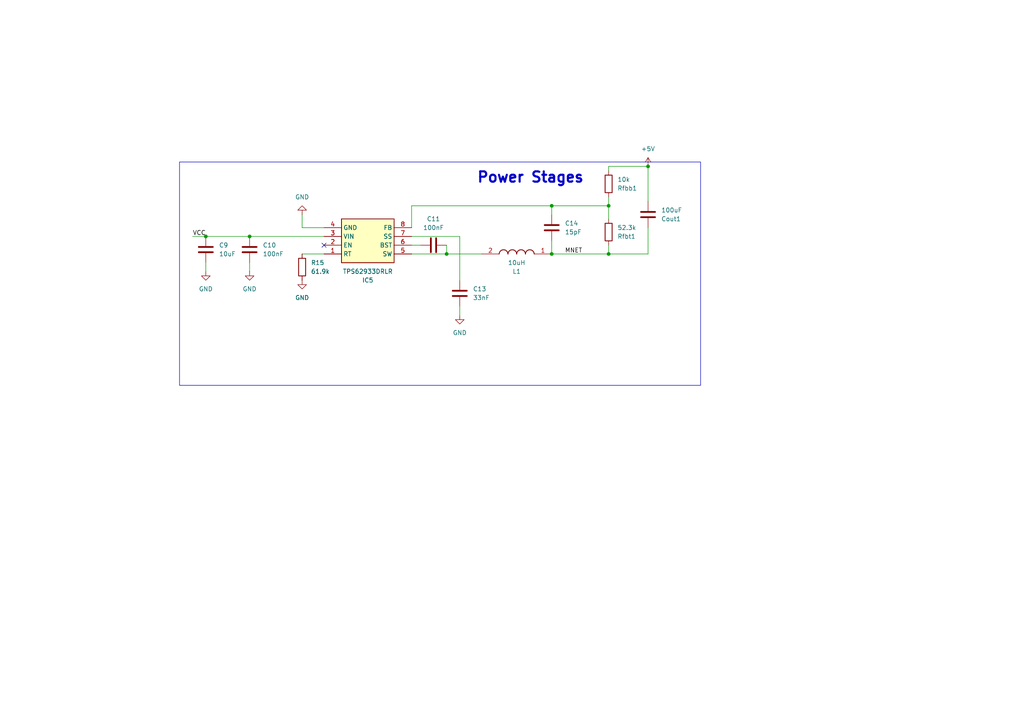
<source format=kicad_sch>
(kicad_sch (version 20250114) (generator "eeschema") (generator_version "9.0")
  (paper "A4")
  (lib_symbols
    (symbol "74439370100:74439370100" (pin_names (hide yes))
      (property "Reference" "L" (at 16.51 6.35 0))
      (property "Value" "74439370100" (at 16.51 3.81 0))
      (symbol "74439370100_1_1"
        (arc (start 5.08 0) (mid 6.35 1.219) (end 7.62 0) (stroke (width 0.254)))
        (arc (start 7.62 0) (mid 8.89 1.219) (end 10.16 0) (stroke (width 0.254)))
        (arc (start 10.16 0) (mid 11.43 1.219) (end 12.7 0) (stroke (width 0.254)))
        (arc (start 12.7 0) (mid 13.97 1.219) (end 15.24 0) (stroke (width 0.254)))
        (pin passive line (at 0 0 0) (length 5.08) (name "1") (number "1"))
        (pin passive line (at 20.32 0 180) (length 5.08) (name "2") (number "2"))
      )
    )
    (symbol "Device:C" (pin_numbers (hide yes)) (pin_names (offset 0.254))
      (property "Reference" "C" (at 0.635 2.54 0))
      (property "Value" "C" (at 0.635 -2.54 0))
      (symbol "C_0_1"
        (polyline (pts (xy -2.032 0.762) (xy 2.032 0.762)) (stroke (width 0.508)))
        (polyline (pts (xy -2.032 -0.762) (xy 2.032 -0.762)) (stroke (width 0.508)))
      )
      (symbol "C_1_1"
        (pin passive line (at 0 3.81 270) (length 2.794) (name "~") (number "1"))
        (pin passive line (at 0 -3.81 90) (length 2.794) (name "~") (number "2"))
      )
    )
    (symbol "Device:R" (pin_numbers (hide yes)) (pin_names (offset 0))
      (property "Reference" "R" (at 2.032 0 90))
      (property "Value" "R" (at 0 0 90))
      (symbol "R_0_1"
        (rectangle (start -1.016 -2.54) (end 1.016 2.54) (stroke (width 0.254)))
      )
      (symbol "R_1_1"
        (pin passive line (at 0 3.81 270) (length 1.27) (name "~") (number "1"))
        (pin passive line (at 0 -3.81 90) (length 1.27) (name "~") (number "2"))
      )
    )
    (symbol "TPS62933DRLR:TPS62933DRLR"
      (property "Reference" "IC" (at 21.59 7.62 0))
      (property "Value" "TPS62933DRLR" (at 21.59 5.08 0))
      (symbol "TPS62933DRLR_1_1"
        (rectangle (start 5.08 2.54) (end 20.32 -10.16) (stroke (width 0.254)) (fill (type background)))
        (pin passive line (at 0 0 0) (length 5.08) (name "RT") (number "1"))
        (pin passive line (at 0 -2.54 0) (length 5.08) (name "EN") (number "2"))
        (pin passive line (at 0 -5.08 0) (length 5.08) (name "VIN") (number "3"))
        (pin passive line (at 0 -7.62 0) (length 5.08) (name "GND") (number "4"))
        (pin passive line (at 25.4 0 180) (length 5.08) (name "SW") (number "5"))
        (pin passive line (at 25.4 -2.54 180) (length 5.08) (name "BST") (number "6"))
        (pin passive line (at 25.4 -5.08 180) (length 5.08) (name "SS") (number "7"))
        (pin passive line (at 25.4 -7.62 180) (length 5.08) (name "FB") (number "8"))
      )
    )
    (symbol "power:+5V" (power) (pin_numbers (hide yes)) (pin_names (offset 0) (hide yes))
      (property "Value" "+5V" (at 0 3.556 0))
      (symbol "+5V_0_1"
        (polyline (pts (xy -0.762 1.27) (xy 0 2.54)))
        (polyline (pts (xy 0 2.54) (xy 0.762 1.27)))
        (polyline (pts (xy 0 0) (xy 0 2.54)))
      )
      (symbol "+5V_1_1"
        (pin power_in line (at 0 0 90) (length 0) (name "~") (number "1"))
      )
    )
    (symbol "power:GND" (power) (pin_numbers (hide yes)) (pin_names (offset 0) (hide yes))
      (property "Value" "GND" (at 0 -3.81 0))
      (symbol "GND_0_1"
        (polyline (pts (xy 0 0) (xy 0 -1.27) (xy 1.27 -1.27) (xy 0 -2.54) (xy -1.27 -1.27) (xy 0 -1.27)))
      )
      (symbol "GND_1_1"
        (pin power_in line (at 0 0 270) (length 0) (name "~") (number "1"))
      )
    )
  )
  (rectangle (start 52.07 46.99) (end 203.2 111.76))
  (text "Power Stages" (at 138.176 53.34 0) (effects (font (size 3 3) (thickness 0.6) (bold yes)) (justify left bottom)))
  (junction (at 160.02 73.66))
  (junction (at 176.53 73.66))
  (junction (at 187.96 48.26))
  (junction (at 59.69 68.58))
  (junction (at 160.02 59.69))
  (junction (at 176.53 59.69))
  (junction (at 72.39 68.58))
  (junction (at 129.54 73.66))
  (no_connect (at 93.98 71.12))
  (wire (pts (xy 176.53 71.12) (xy 176.53 73.66)))
  (wire (pts (xy 176.53 57.15) (xy 176.53 59.69)))
  (wire (pts (xy 93.98 66.04) (xy 87.63 66.04)))
  (wire (pts (xy 59.69 78.74) (xy 59.69 76.2)))
  (wire (pts (xy 160.02 73.66) (xy 160.02 69.85)))
  (wire (pts (xy 133.35 91.44) (xy 133.35 88.9)))
  (wire (pts (xy 119.38 68.58) (xy 133.35 68.58)))
  (wire (pts (xy 119.38 59.69) (xy 119.38 66.04)))
  (wire (pts (xy 119.38 71.12) (xy 121.92 71.12)))
  (wire (pts (xy 72.39 76.2) (xy 72.39 78.74)))
  (wire (pts (xy 160.02 62.23) (xy 160.02 59.69)))
  (wire (pts (xy 187.96 48.26) (xy 187.96 58.42)))
  (wire (pts (xy 72.39 68.58) (xy 93.98 68.58)))
  (wire (pts (xy 129.54 71.12) (xy 129.54 73.66)))
  (wire (pts (xy 87.63 73.66) (xy 93.98 73.66)))
  (wire (pts (xy 176.53 73.66) (xy 187.96 73.66)))
  (wire (pts (xy 160.02 59.69) (xy 119.38 59.69)))
  (wire (pts (xy 59.69 68.58) (xy 72.39 68.58)))
  (wire (pts (xy 55.88 68.58) (xy 59.69 68.58)))
  (wire (pts (xy 176.53 48.26) (xy 176.53 49.53)))
  (wire (pts (xy 133.35 68.58) (xy 133.35 81.28)))
  (wire (pts (xy 129.54 73.66) (xy 119.38 73.66)))
  (wire (pts (xy 187.96 73.66) (xy 187.96 66.04)))
  (wire (pts (xy 87.63 66.04) (xy 87.63 62.23)))
  (wire (pts (xy 129.54 73.66) (xy 139.7 73.66)))
  (wire (pts (xy 160.02 73.66) (xy 176.53 73.66)))
  (wire (pts (xy 176.53 59.69) (xy 176.53 63.5)))
  (wire (pts (xy 160.02 59.69) (xy 176.53 59.69)))
  (wire (pts (xy 187.96 48.26) (xy 176.53 48.26)))
  (label "VCC" (at 55.88 68.58 0))
  (label "MNET" (at 163.83 73.66 0))
  (symbol (lib_id "Device:R") (at 87.63 77.47 180) (unit 1)
    (property "Reference" "R15" (at 90.17 76.1999 0) (effects (justify right)))
    (property "Value" "61.9k" (at 90.17 78.7399 0) (effects (justify right)))
    (property "Footprint" "Resistor_SMD:R_0603_1608Metric" (effects (hide yes)))
    (property "Description" "Resistor" (effects (hide yes)))
  )
  (symbol (lib_id "power:GND") (at 59.69 78.74 0) (unit 1)
    (property "Reference" "#PWR042" (effects (hide yes)))
    (property "Value" "GND" (at 59.69 83.82 0))
    (property "Description" "Power symbol creates a global label with name \"GND\" , ground" (effects (hide yes)))
  )
  (symbol (lib_id "TPS62933DRLR:TPS62933DRLR") (at 93.98 73.66 0) (mirror x) (unit 1)
    (property "Reference" "IC5" (at 106.68 81.28 0))
    (property "Value" "TPS62933DRLR" (at 106.68 78.74 0))
    (property "Footprint" "SOTFL50P160X60-8N" (effects (hide yes)))
    (property "Datasheet" "https://www.ti.com/lit/ds/symlink/tps62933.pdf?ts=1626073394234" (effects (hide yes)))
    (property "Description" "The TPS62933 is a high-efficiency, easy-to-use synchronous buck converter with a wide input voltage range of 3.8 V to 30 V" (effects (hide yes)))
    (property "Height" "0.6" (effects (hide yes)))
    (property "Mouser Part Number" "595-TPS62933DRLR" (effects (hide yes)))
    (property "Mouser Price/Stock" "https://www.mouser.co.uk/ProductDetail/Texas-Instruments/TPS62933DRLR?qs=Rp5uXu7WBW9fv47wfQVntQ%3D%3D" (effects (hide yes)))
    (property "Manufacturer_Name" "Texas Instruments" (effects (hide yes)))
    (property "Manufacturer_Part_Number" "TPS62933DRLR" (effects (hide yes)))
  )
  (symbol (lib_id "74439370100:74439370100") (at 160.02 73.66 0) (mirror y) (unit 1)
    (property "Reference" "L1" (at 149.86 78.74 0))
    (property "Value" "10uH" (at 149.86 76.2 0))
    (property "Footprint" "74439370100" (effects (hide yes)))
    (property "Datasheet" "https://componentsearchengine.com/Datasheets/1/74439370100.pdf" (effects (hide yes)))
    (property "Description" "Wurth WE-XHMI Series Type 1510 Shielded Wire-wound SMD Inductor 10 uH +/-20% Wire-Wound 11.5A Idc" (effects (hide yes)))
    (property "Height" "10" (effects (hide yes)))
    (property "Mouser Part Number" "710-74439370100" (effects (hide yes)))
    (property "Mouser Price/Stock" "https://www.mouser.co.uk/ProductDetail/Wurth-Elektronik/74439370100?qs=NSAOzM2zc%2FXt7gFLJ73AvA%3D%3D" (effects (hide yes)))
    (property "Manufacturer_Name" "Wurth Elektronik" (effects (hide yes)))
    (property "Manufacturer_Part_Number" "74439370100" (effects (hide yes)))
  )
  (symbol (lib_id "Device:R") (at 176.53 53.34 0) (mirror x) (unit 1)
    (property "Reference" "Rfbb1" (at 179.07 54.6101 0) (effects (justify left)))
    (property "Value" "10k" (at 179.07 52.0701 0) (effects (justify left)))
    (property "Footprint" "Resistor_SMD:R_1206_3216Metric" (effects (hide yes)))
    (property "Description" "Resistor" (effects (hide yes)))
  )
  (symbol (lib_id "power:+5V") (at 187.96 48.26 0) (unit 1)
    (property "Reference" "#PWR051" (effects (hide yes)))
    (property "Value" "+5V" (at 187.96 43.18 0))
    (property "Description" "Power symbol creates a global label with name \"+5V\"" (effects (hide yes)))
  )
  (symbol (lib_id "power:GND") (at 87.63 81.28 0) (unit 1)
    (property "Reference" "#PWR045" (effects (hide yes)))
    (property "Value" "GND" (at 87.63 86.36 0))
    (property "Description" "Power symbol creates a global label with name \"GND\" , ground" (effects (hide yes)))
  )
  (symbol (lib_id "Device:C") (at 72.39 72.39 0) (unit 1)
    (property "Reference" "C10" (at 76.2 71.1199 0) (effects (justify left)))
    (property "Value" "100nF" (at 76.2 73.6599 0) (effects (justify left)))
    (property "Footprint" "Capacitor_SMD:C_1206_3216Metric" (effects (hide yes)))
    (property "Description" "Unpolarized capacitor" (effects (hide yes)))
  )
  (symbol (lib_id "Device:R") (at 176.53 67.31 0) (mirror x) (unit 1)
    (property "Reference" "Rfbt1" (at 179.07 68.5801 0) (effects (justify left)))
    (property "Value" "52.3k" (at 179.07 66.0401 0) (effects (justify left)))
    (property "Footprint" "Resistor_SMD:R_1206_3216Metric" (effects (hide yes)))
    (property "Description" "Resistor" (effects (hide yes)))
  )
  (symbol (lib_id "power:GND") (at 87.63 62.23 180) (unit 1)
    (property "Reference" "#PWR044" (effects (hide yes)))
    (property "Value" "GND" (at 87.63 57.15 0))
    (property "Description" "Power symbol creates a global label with name \"GND\" , ground" (effects (hide yes)))
  )
  (symbol (lib_id "power:GND") (at 133.35 91.44 0) (unit 1)
    (property "Reference" "#PWR049" (effects (hide yes)))
    (property "Value" "GND" (at 133.35 96.52 0))
    (property "Description" "Power symbol creates a global label with name \"GND\" , ground" (effects (hide yes)))
  )
  (symbol (lib_id "Device:C") (at 160.02 66.04 180) (unit 1)
    (property "Reference" "C14" (at 163.83 64.7699 0) (effects (justify right)))
    (property "Value" "15pF" (at 163.83 67.3099 0) (effects (justify right)))
    (property "Footprint" "Capacitor_SMD:C_1206_3216Metric" (effects (hide yes)))
    (property "Description" "Unpolarized capacitor" (effects (hide yes)))
  )
  (symbol (lib_id "Device:C") (at 125.73 71.12 90) (unit 1)
    (property "Reference" "C11" (at 125.73 63.5 90))
    (property "Value" "100nF" (at 125.73 66.04 90))
    (property "Footprint" "Capacitor_SMD:C_1206_3216Metric" (effects (hide yes)))
    (property "Description" "Unpolarized capacitor" (effects (hide yes)))
  )
  (symbol (lib_id "power:GND") (at 72.39 78.74 0) (mirror y) (unit 1)
    (property "Reference" "#PWR043" (effects (hide yes)))
    (property "Value" "GND" (at 72.39 83.82 0))
    (property "Description" "Power symbol creates a global label with name \"GND\" , ground" (effects (hide yes)))
  )
  (symbol (lib_id "Device:C") (at 187.96 62.23 0) (mirror x) (unit 1)
    (property "Reference" "Cout1" (at 191.77 63.5001 0) (effects (justify left)))
    (property "Value" "100uF" (at 191.77 60.9601 0) (effects (justify left)))
    (property "Footprint" "Capacitor_SMD:C_1206_3216Metric" (effects (hide yes)))
    (property "Description" "Unpolarized capacitor" (effects (hide yes)))
  )
  (symbol (lib_id "Device:C") (at 59.69 72.39 0) (unit 1)
    (property "Reference" "C9" (at 63.5 71.1199 0) (effects (justify left)))
    (property "Value" "10uF" (at 63.5 73.6599 0) (effects (justify left)))
    (property "Footprint" "Capacitor_SMD:C_1206_3216Metric" (effects (hide yes)))
    (property "Datasheet" "https://www.mouser.de/ProductDetail/TDK/C3216X5R1H106K160AB?qs=NRhsANhppD%252BLHMbxvQzsEQ%3D%3D" (effects (hide yes)))
    (property "Description" "Unpolarized capacitor" (effects (hide yes)))
  )
  (symbol (lib_id "Device:C") (at 133.35 85.09 180) (unit 1)
    (property "Reference" "C13" (at 137.16 83.8199 0) (effects (justify right)))
    (property "Value" "33nF" (at 137.16 86.3599 0) (effects (justify right)))
    (property "Footprint" "Capacitor_SMD:C_1206_3216Metric" (effects (hide yes)))
    (property "Description" "Unpolarized capacitor" (effects (hide yes)))
  )
)
</source>
